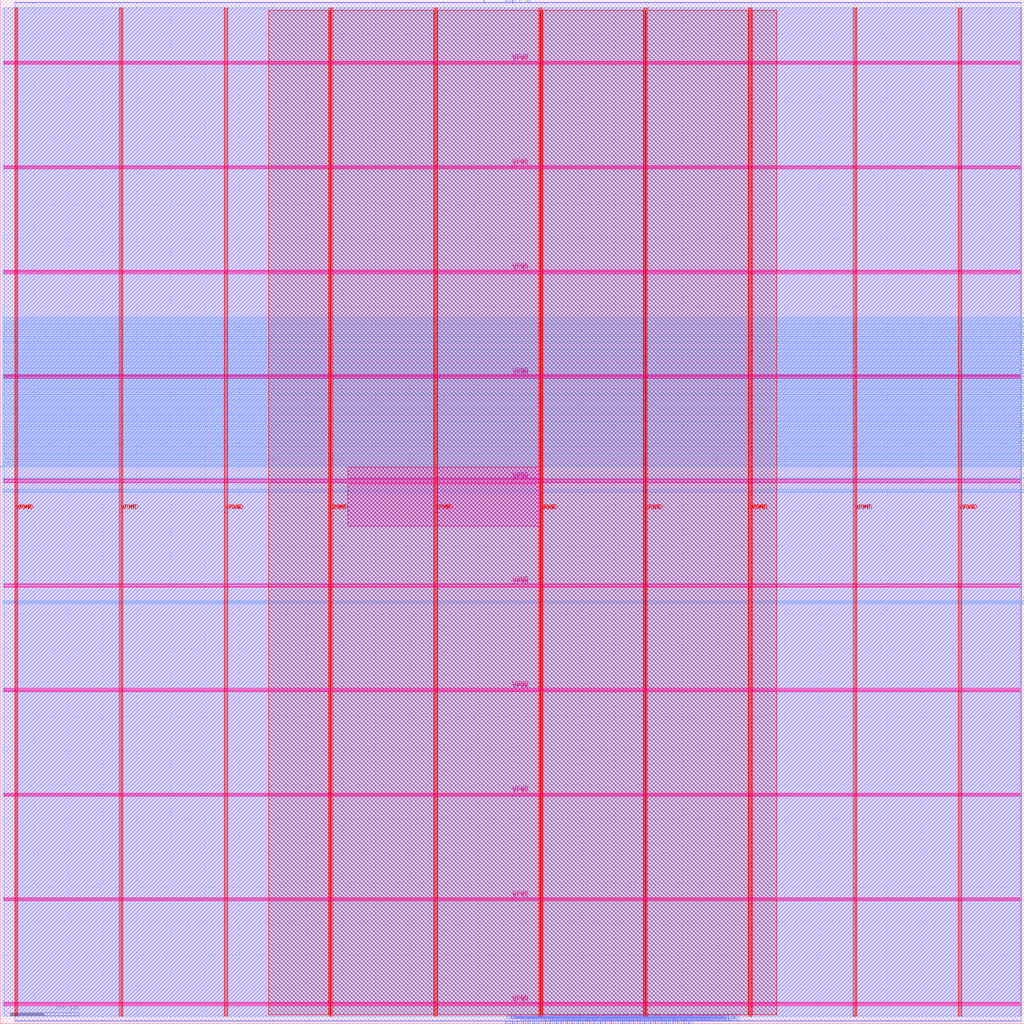
<source format=lef>
VERSION 5.7 ;
  NOWIREEXTENSIONATPIN ON ;
  DIVIDERCHAR "/" ;
  BUSBITCHARS "[]" ;
MACRO riscv_cpu
  CLASS BLOCK ;
  FOREIGN riscv_cpu ;
  ORIGIN 0.000 0.000 ;
  SIZE 1500.000 BY 1500.000 ;
  PIN VGND
    DIRECTION INOUT ;
    USE GROUND ;
    PORT
      LAYER met4 ;
        RECT 24.340 10.640 25.940 1488.080 ;
    END
    PORT
      LAYER met4 ;
        RECT 177.940 10.640 179.540 1488.080 ;
    END
    PORT
      LAYER met4 ;
        RECT 331.540 10.640 333.140 1488.080 ;
    END
    PORT
      LAYER met4 ;
        RECT 485.140 10.640 486.740 1488.080 ;
    END
    PORT
      LAYER met4 ;
        RECT 638.740 10.640 640.340 1488.080 ;
    END
    PORT
      LAYER met4 ;
        RECT 792.340 10.640 793.940 1488.080 ;
    END
    PORT
      LAYER met4 ;
        RECT 945.940 10.640 947.540 1488.080 ;
    END
    PORT
      LAYER met4 ;
        RECT 1099.540 10.640 1101.140 1488.080 ;
    END
    PORT
      LAYER met4 ;
        RECT 1253.140 10.640 1254.740 1488.080 ;
    END
    PORT
      LAYER met4 ;
        RECT 1406.740 10.640 1408.340 1488.080 ;
    END
    PORT
      LAYER met5 ;
        RECT 5.280 30.030 1494.320 31.630 ;
    END
    PORT
      LAYER met5 ;
        RECT 5.280 183.210 1494.320 184.810 ;
    END
    PORT
      LAYER met5 ;
        RECT 5.280 336.390 1494.320 337.990 ;
    END
    PORT
      LAYER met5 ;
        RECT 5.280 489.570 1494.320 491.170 ;
    END
    PORT
      LAYER met5 ;
        RECT 5.280 642.750 1494.320 644.350 ;
    END
    PORT
      LAYER met5 ;
        RECT 5.280 795.930 1494.320 797.530 ;
    END
    PORT
      LAYER met5 ;
        RECT 5.280 949.110 1494.320 950.710 ;
    END
    PORT
      LAYER met5 ;
        RECT 5.280 1102.290 1494.320 1103.890 ;
    END
    PORT
      LAYER met5 ;
        RECT 5.280 1255.470 1494.320 1257.070 ;
    END
    PORT
      LAYER met5 ;
        RECT 5.280 1408.650 1494.320 1410.250 ;
    END
  END VGND
  PIN VPWR
    DIRECTION INOUT ;
    USE POWER ;
    PORT
      LAYER met4 ;
        RECT 21.040 10.640 22.640 1488.080 ;
    END
    PORT
      LAYER met4 ;
        RECT 174.640 10.640 176.240 1488.080 ;
    END
    PORT
      LAYER met4 ;
        RECT 328.240 10.640 329.840 1488.080 ;
    END
    PORT
      LAYER met4 ;
        RECT 481.840 10.640 483.440 1488.080 ;
    END
    PORT
      LAYER met4 ;
        RECT 635.440 10.640 637.040 1488.080 ;
    END
    PORT
      LAYER met4 ;
        RECT 789.040 10.640 790.640 1488.080 ;
    END
    PORT
      LAYER met4 ;
        RECT 942.640 10.640 944.240 1488.080 ;
    END
    PORT
      LAYER met4 ;
        RECT 1096.240 10.640 1097.840 1488.080 ;
    END
    PORT
      LAYER met4 ;
        RECT 1249.840 10.640 1251.440 1488.080 ;
    END
    PORT
      LAYER met4 ;
        RECT 1403.440 10.640 1405.040 1488.080 ;
    END
    PORT
      LAYER met5 ;
        RECT 5.280 26.730 1494.320 28.330 ;
    END
    PORT
      LAYER met5 ;
        RECT 5.280 179.910 1494.320 181.510 ;
    END
    PORT
      LAYER met5 ;
        RECT 5.280 333.090 1494.320 334.690 ;
    END
    PORT
      LAYER met5 ;
        RECT 5.280 486.270 1494.320 487.870 ;
    END
    PORT
      LAYER met5 ;
        RECT 5.280 639.450 1494.320 641.050 ;
    END
    PORT
      LAYER met5 ;
        RECT 5.280 792.630 1494.320 794.230 ;
    END
    PORT
      LAYER met5 ;
        RECT 5.280 945.810 1494.320 947.410 ;
    END
    PORT
      LAYER met5 ;
        RECT 5.280 1098.990 1494.320 1100.590 ;
    END
    PORT
      LAYER met5 ;
        RECT 5.280 1252.170 1494.320 1253.770 ;
    END
    PORT
      LAYER met5 ;
        RECT 5.280 1405.350 1494.320 1406.950 ;
    END
  END VPWR
  PIN clk
    DIRECTION INPUT ;
    USE SIGNAL ;
    ANTENNAGATEAREA 0.852000 ;
    PORT
      LAYER met3 ;
        RECT 0.000 816.040 4.000 816.640 ;
    END
  END clk
  PIN dmem_addr[0]
    DIRECTION OUTPUT TRISTATE ;
    USE SIGNAL ;
    ANTENNADIFFAREA 0.795200 ;
    PORT
      LAYER met2 ;
        RECT 933.890 0.000 934.170 4.000 ;
    END
  END dmem_addr[0]
  PIN dmem_addr[10]
    DIRECTION OUTPUT TRISTATE ;
    USE SIGNAL ;
    ANTENNADIFFAREA 0.795200 ;
    PORT
      LAYER met2 ;
        RECT 888.810 0.000 889.090 4.000 ;
    END
  END dmem_addr[10]
  PIN dmem_addr[11]
    DIRECTION OUTPUT TRISTATE ;
    USE SIGNAL ;
    ANTENNADIFFAREA 0.795200 ;
    PORT
      LAYER met2 ;
        RECT 988.630 0.000 988.910 4.000 ;
    END
  END dmem_addr[11]
  PIN dmem_addr[12]
    DIRECTION OUTPUT TRISTATE ;
    USE SIGNAL ;
    ANTENNADIFFAREA 0.795200 ;
    PORT
      LAYER met2 ;
        RECT 946.770 0.000 947.050 4.000 ;
    END
  END dmem_addr[12]
  PIN dmem_addr[13]
    DIRECTION OUTPUT TRISTATE ;
    USE SIGNAL ;
    ANTENNADIFFAREA 0.795200 ;
    PORT
      LAYER met2 ;
        RECT 937.110 0.000 937.390 4.000 ;
    END
  END dmem_addr[13]
  PIN dmem_addr[14]
    DIRECTION OUTPUT TRISTATE ;
    USE SIGNAL ;
    ANTENNADIFFAREA 0.795200 ;
    PORT
      LAYER met2 ;
        RECT 927.450 0.000 927.730 4.000 ;
    END
  END dmem_addr[14]
  PIN dmem_addr[15]
    DIRECTION OUTPUT TRISTATE ;
    USE SIGNAL ;
    ANTENNADIFFAREA 0.795200 ;
    PORT
      LAYER met2 ;
        RECT 940.330 0.000 940.610 4.000 ;
    END
  END dmem_addr[15]
  PIN dmem_addr[16]
    DIRECTION OUTPUT TRISTATE ;
    USE SIGNAL ;
    ANTENNADIFFAREA 0.795200 ;
    PORT
      LAYER met2 ;
        RECT 943.550 0.000 943.830 4.000 ;
    END
  END dmem_addr[16]
  PIN dmem_addr[17]
    DIRECTION OUTPUT TRISTATE ;
    USE SIGNAL ;
    ANTENNADIFFAREA 0.795200 ;
    PORT
      LAYER met2 ;
        RECT 949.990 0.000 950.270 4.000 ;
    END
  END dmem_addr[17]
  PIN dmem_addr[18]
    DIRECTION OUTPUT TRISTATE ;
    USE SIGNAL ;
    ANTENNADIFFAREA 0.795200 ;
    PORT
      LAYER met2 ;
        RECT 966.090 0.000 966.370 4.000 ;
    END
  END dmem_addr[18]
  PIN dmem_addr[19]
    DIRECTION OUTPUT TRISTATE ;
    USE SIGNAL ;
    ANTENNADIFFAREA 0.795200 ;
    PORT
      LAYER met2 ;
        RECT 914.570 0.000 914.850 4.000 ;
    END
  END dmem_addr[19]
  PIN dmem_addr[1]
    DIRECTION OUTPUT TRISTATE ;
    USE SIGNAL ;
    ANTENNADIFFAREA 0.795200 ;
    PORT
      LAYER met2 ;
        RECT 1004.730 0.000 1005.010 4.000 ;
    END
  END dmem_addr[1]
  PIN dmem_addr[20]
    DIRECTION OUTPUT TRISTATE ;
    USE SIGNAL ;
    ANTENNADIFFAREA 0.795200 ;
    PORT
      LAYER met2 ;
        RECT 930.670 0.000 930.950 4.000 ;
    END
  END dmem_addr[20]
  PIN dmem_addr[21]
    DIRECTION OUTPUT TRISTATE ;
    USE SIGNAL ;
    ANTENNADIFFAREA 0.795200 ;
    PORT
      LAYER met2 ;
        RECT 962.870 0.000 963.150 4.000 ;
    END
  END dmem_addr[21]
  PIN dmem_addr[22]
    DIRECTION OUTPUT TRISTATE ;
    USE SIGNAL ;
    ANTENNADIFFAREA 0.795200 ;
    PORT
      LAYER met2 ;
        RECT 956.430 0.000 956.710 4.000 ;
    END
  END dmem_addr[22]
  PIN dmem_addr[23]
    DIRECTION OUTPUT TRISTATE ;
    USE SIGNAL ;
    ANTENNADIFFAREA 0.795200 ;
    PORT
      LAYER met2 ;
        RECT 959.650 0.000 959.930 4.000 ;
    END
  END dmem_addr[23]
  PIN dmem_addr[24]
    DIRECTION OUTPUT TRISTATE ;
    USE SIGNAL ;
    ANTENNADIFFAREA 0.795200 ;
    PORT
      LAYER met2 ;
        RECT 975.750 0.000 976.030 4.000 ;
    END
  END dmem_addr[24]
  PIN dmem_addr[25]
    DIRECTION OUTPUT TRISTATE ;
    USE SIGNAL ;
    ANTENNADIFFAREA 0.795200 ;
    PORT
      LAYER met2 ;
        RECT 972.530 0.000 972.810 4.000 ;
    END
  END dmem_addr[25]
  PIN dmem_addr[26]
    DIRECTION OUTPUT TRISTATE ;
    USE SIGNAL ;
    ANTENNADIFFAREA 0.795200 ;
    PORT
      LAYER met2 ;
        RECT 953.210 0.000 953.490 4.000 ;
    END
  END dmem_addr[26]
  PIN dmem_addr[27]
    DIRECTION OUTPUT TRISTATE ;
    USE SIGNAL ;
    ANTENNADIFFAREA 0.795200 ;
    PORT
      LAYER met2 ;
        RECT 969.310 0.000 969.590 4.000 ;
    END
  END dmem_addr[27]
  PIN dmem_addr[28]
    DIRECTION OUTPUT TRISTATE ;
    USE SIGNAL ;
    ANTENNADIFFAREA 0.795200 ;
    PORT
      LAYER met2 ;
        RECT 982.190 0.000 982.470 4.000 ;
    END
  END dmem_addr[28]
  PIN dmem_addr[29]
    DIRECTION OUTPUT TRISTATE ;
    USE SIGNAL ;
    ANTENNADIFFAREA 0.795200 ;
    PORT
      LAYER met2 ;
        RECT 985.410 0.000 985.690 4.000 ;
    END
  END dmem_addr[29]
  PIN dmem_addr[2]
    DIRECTION OUTPUT TRISTATE ;
    USE SIGNAL ;
    ANTENNADIFFAREA 0.795200 ;
    PORT
      LAYER met2 ;
        RECT 991.850 0.000 992.130 4.000 ;
    END
  END dmem_addr[2]
  PIN dmem_addr[30]
    DIRECTION OUTPUT TRISTATE ;
    USE SIGNAL ;
    ANTENNADIFFAREA 0.795200 ;
    PORT
      LAYER met2 ;
        RECT 978.970 0.000 979.250 4.000 ;
    END
  END dmem_addr[30]
  PIN dmem_addr[31]
    DIRECTION OUTPUT TRISTATE ;
    USE SIGNAL ;
    ANTENNADIFFAREA 0.795200 ;
    PORT
      LAYER met2 ;
        RECT 892.030 0.000 892.310 4.000 ;
    END
  END dmem_addr[31]
  PIN dmem_addr[3]
    DIRECTION OUTPUT TRISTATE ;
    USE SIGNAL ;
    ANTENNADIFFAREA 0.795200 ;
    PORT
      LAYER met2 ;
        RECT 1007.950 0.000 1008.230 4.000 ;
    END
  END dmem_addr[3]
  PIN dmem_addr[4]
    DIRECTION OUTPUT TRISTATE ;
    USE SIGNAL ;
    ANTENNADIFFAREA 0.795200 ;
    PORT
      LAYER met2 ;
        RECT 1011.170 0.000 1011.450 4.000 ;
    END
  END dmem_addr[4]
  PIN dmem_addr[5]
    DIRECTION OUTPUT TRISTATE ;
    USE SIGNAL ;
    ANTENNADIFFAREA 0.795200 ;
    PORT
      LAYER met2 ;
        RECT 995.070 0.000 995.350 4.000 ;
    END
  END dmem_addr[5]
  PIN dmem_addr[6]
    DIRECTION OUTPUT TRISTATE ;
    USE SIGNAL ;
    ANTENNADIFFAREA 0.795200 ;
    PORT
      LAYER met2 ;
        RECT 1001.510 0.000 1001.790 4.000 ;
    END
  END dmem_addr[6]
  PIN dmem_addr[7]
    DIRECTION OUTPUT TRISTATE ;
    USE SIGNAL ;
    ANTENNADIFFAREA 0.795200 ;
    PORT
      LAYER met2 ;
        RECT 740.690 0.000 740.970 4.000 ;
    END
  END dmem_addr[7]
  PIN dmem_addr[8]
    DIRECTION OUTPUT TRISTATE ;
    USE SIGNAL ;
    ANTENNADIFFAREA 0.795200 ;
    PORT
      LAYER met2 ;
        RECT 1014.390 0.000 1014.670 4.000 ;
    END
  END dmem_addr[8]
  PIN dmem_addr[9]
    DIRECTION OUTPUT TRISTATE ;
    USE SIGNAL ;
    ANTENNADIFFAREA 0.795200 ;
    PORT
      LAYER met2 ;
        RECT 998.290 0.000 998.570 4.000 ;
    END
  END dmem_addr[9]
  PIN dmem_byte_en[0]
    DIRECTION OUTPUT TRISTATE ;
    USE SIGNAL ;
    PORT
      LAYER met2 ;
        RECT 708.490 1496.000 708.770 1500.000 ;
    END
  END dmem_byte_en[0]
  PIN dmem_byte_en[1]
    DIRECTION OUTPUT TRISTATE ;
    USE SIGNAL ;
    ANTENNADIFFAREA 0.445500 ;
    PORT
      LAYER met3 ;
        RECT 1496.000 1033.640 1500.000 1034.240 ;
    END
  END dmem_byte_en[1]
  PIN dmem_byte_en[2]
    DIRECTION OUTPUT TRISTATE ;
    USE SIGNAL ;
    ANTENNADIFFAREA 0.795200 ;
    PORT
      LAYER met3 ;
        RECT 1496.000 1020.040 1500.000 1020.640 ;
    END
  END dmem_byte_en[2]
  PIN dmem_byte_en[3]
    DIRECTION OUTPUT TRISTATE ;
    USE SIGNAL ;
    ANTENNADIFFAREA 0.795200 ;
    PORT
      LAYER met3 ;
        RECT 1496.000 999.640 1500.000 1000.240 ;
    END
  END dmem_byte_en[3]
  PIN dmem_rdata[0]
    DIRECTION INPUT ;
    USE SIGNAL ;
    ANTENNAGATEAREA 0.247500 ;
    PORT
      LAYER met2 ;
        RECT 882.370 0.000 882.650 4.000 ;
    END
  END dmem_rdata[0]
  PIN dmem_rdata[10]
    DIRECTION INPUT ;
    USE SIGNAL ;
    ANTENNAGATEAREA 0.247500 ;
    PORT
      LAYER met2 ;
        RECT 756.790 0.000 757.070 4.000 ;
    END
  END dmem_rdata[10]
  PIN dmem_rdata[11]
    DIRECTION INPUT ;
    USE SIGNAL ;
    ANTENNAGATEAREA 0.247500 ;
    PORT
      LAYER met2 ;
        RECT 753.570 0.000 753.850 4.000 ;
    END
  END dmem_rdata[11]
  PIN dmem_rdata[12]
    DIRECTION INPUT ;
    USE SIGNAL ;
    ANTENNAGATEAREA 0.247500 ;
    PORT
      LAYER met2 ;
        RECT 776.110 0.000 776.390 4.000 ;
    END
  END dmem_rdata[12]
  PIN dmem_rdata[13]
    DIRECTION INPUT ;
    USE SIGNAL ;
    ANTENNAGATEAREA 0.247500 ;
    PORT
      LAYER met2 ;
        RECT 837.290 0.000 837.570 4.000 ;
    END
  END dmem_rdata[13]
  PIN dmem_rdata[14]
    DIRECTION INPUT ;
    USE SIGNAL ;
    ANTENNAGATEAREA 0.247500 ;
    PORT
      LAYER met2 ;
        RECT 834.070 0.000 834.350 4.000 ;
    END
  END dmem_rdata[14]
  PIN dmem_rdata[15]
    DIRECTION INPUT ;
    USE SIGNAL ;
    ANTENNAGATEAREA 0.247500 ;
    PORT
      LAYER met2 ;
        RECT 853.390 0.000 853.670 4.000 ;
    END
  END dmem_rdata[15]
  PIN dmem_rdata[16]
    DIRECTION INPUT ;
    USE SIGNAL ;
    ANTENNAGATEAREA 0.247500 ;
    PORT
      LAYER met2 ;
        RECT 856.610 0.000 856.890 4.000 ;
    END
  END dmem_rdata[16]
  PIN dmem_rdata[17]
    DIRECTION INPUT ;
    USE SIGNAL ;
    ANTENNAGATEAREA 0.247500 ;
    PORT
      LAYER met2 ;
        RECT 879.150 0.000 879.430 4.000 ;
    END
  END dmem_rdata[17]
  PIN dmem_rdata[18]
    DIRECTION INPUT ;
    USE SIGNAL ;
    ANTENNAGATEAREA 0.247500 ;
    PORT
      LAYER met2 ;
        RECT 846.950 0.000 847.230 4.000 ;
    END
  END dmem_rdata[18]
  PIN dmem_rdata[19]
    DIRECTION INPUT ;
    USE SIGNAL ;
    ANTENNAGATEAREA 0.247500 ;
    PORT
      LAYER met2 ;
        RECT 840.510 0.000 840.790 4.000 ;
    END
  END dmem_rdata[19]
  PIN dmem_rdata[1]
    DIRECTION INPUT ;
    USE SIGNAL ;
    ANTENNAGATEAREA 0.213000 ;
    PORT
      LAYER met2 ;
        RECT 850.170 0.000 850.450 4.000 ;
    END
  END dmem_rdata[1]
  PIN dmem_rdata[20]
    DIRECTION INPUT ;
    USE SIGNAL ;
    ANTENNAGATEAREA 0.247500 ;
    PORT
      LAYER met2 ;
        RECT 869.490 0.000 869.770 4.000 ;
    END
  END dmem_rdata[20]
  PIN dmem_rdata[21]
    DIRECTION INPUT ;
    USE SIGNAL ;
    ANTENNAGATEAREA 0.247500 ;
    PORT
      LAYER met2 ;
        RECT 866.270 0.000 866.550 4.000 ;
    END
  END dmem_rdata[21]
  PIN dmem_rdata[22]
    DIRECTION INPUT ;
    USE SIGNAL ;
    ANTENNAGATEAREA 0.247500 ;
    PORT
      LAYER met2 ;
        RECT 863.050 0.000 863.330 4.000 ;
    END
  END dmem_rdata[22]
  PIN dmem_rdata[23]
    DIRECTION INPUT ;
    USE SIGNAL ;
    ANTENNAGATEAREA 0.213000 ;
    PORT
      LAYER met2 ;
        RECT 917.790 0.000 918.070 4.000 ;
    END
  END dmem_rdata[23]
  PIN dmem_rdata[24]
    DIRECTION INPUT ;
    USE SIGNAL ;
    ANTENNAGATEAREA 0.213000 ;
    PORT
      LAYER met2 ;
        RECT 911.350 0.000 911.630 4.000 ;
    END
  END dmem_rdata[24]
  PIN dmem_rdata[25]
    DIRECTION INPUT ;
    USE SIGNAL ;
    ANTENNAGATEAREA 0.213000 ;
    PORT
      LAYER met2 ;
        RECT 895.250 0.000 895.530 4.000 ;
    END
  END dmem_rdata[25]
  PIN dmem_rdata[26]
    DIRECTION INPUT ;
    USE SIGNAL ;
    ANTENNAGATEAREA 0.213000 ;
    PORT
      LAYER met2 ;
        RECT 924.230 0.000 924.510 4.000 ;
    END
  END dmem_rdata[26]
  PIN dmem_rdata[27]
    DIRECTION INPUT ;
    USE SIGNAL ;
    ANTENNAGATEAREA 0.213000 ;
    PORT
      LAYER met2 ;
        RECT 921.010 0.000 921.290 4.000 ;
    END
  END dmem_rdata[27]
  PIN dmem_rdata[28]
    DIRECTION INPUT ;
    USE SIGNAL ;
    ANTENNAGATEAREA 0.213000 ;
    PORT
      LAYER met2 ;
        RECT 898.470 0.000 898.750 4.000 ;
    END
  END dmem_rdata[28]
  PIN dmem_rdata[29]
    DIRECTION INPUT ;
    USE SIGNAL ;
    ANTENNAGATEAREA 0.213000 ;
    PORT
      LAYER met2 ;
        RECT 901.690 0.000 901.970 4.000 ;
    END
  END dmem_rdata[29]
  PIN dmem_rdata[2]
    DIRECTION INPUT ;
    USE SIGNAL ;
    ANTENNAGATEAREA 0.213000 ;
    PORT
      LAYER met2 ;
        RECT 843.730 0.000 844.010 4.000 ;
    END
  END dmem_rdata[2]
  PIN dmem_rdata[30]
    DIRECTION INPUT ;
    USE SIGNAL ;
    ANTENNAGATEAREA 0.213000 ;
    PORT
      LAYER met2 ;
        RECT 904.910 0.000 905.190 4.000 ;
    END
  END dmem_rdata[30]
  PIN dmem_rdata[31]
    DIRECTION INPUT ;
    USE SIGNAL ;
    ANTENNAGATEAREA 0.247500 ;
    PORT
      LAYER met2 ;
        RECT 908.130 0.000 908.410 4.000 ;
    END
  END dmem_rdata[31]
  PIN dmem_rdata[3]
    DIRECTION INPUT ;
    USE SIGNAL ;
    ANTENNAGATEAREA 0.247500 ;
    PORT
      LAYER met2 ;
        RECT 782.550 0.000 782.830 4.000 ;
    END
  END dmem_rdata[3]
  PIN dmem_rdata[4]
    DIRECTION INPUT ;
    USE SIGNAL ;
    ANTENNAGATEAREA 0.213000 ;
    PORT
      LAYER met2 ;
        RECT 817.970 0.000 818.250 4.000 ;
    END
  END dmem_rdata[4]
  PIN dmem_rdata[5]
    DIRECTION INPUT ;
    USE SIGNAL ;
    ANTENNAGATEAREA 0.247500 ;
    PORT
      LAYER met2 ;
        RECT 788.990 0.000 789.270 4.000 ;
    END
  END dmem_rdata[5]
  PIN dmem_rdata[6]
    DIRECTION INPUT ;
    USE SIGNAL ;
    ANTENNAGATEAREA 0.213000 ;
    PORT
      LAYER met2 ;
        RECT 795.430 0.000 795.710 4.000 ;
    END
  END dmem_rdata[6]
  PIN dmem_rdata[7]
    DIRECTION INPUT ;
    USE SIGNAL ;
    ANTENNAGATEAREA 0.247500 ;
    PORT
      LAYER met2 ;
        RECT 785.770 0.000 786.050 4.000 ;
    END
  END dmem_rdata[7]
  PIN dmem_rdata[8]
    DIRECTION INPUT ;
    USE SIGNAL ;
    ANTENNAGATEAREA 0.213000 ;
    PORT
      LAYER met2 ;
        RECT 798.650 0.000 798.930 4.000 ;
    END
  END dmem_rdata[8]
  PIN dmem_rdata[9]
    DIRECTION INPUT ;
    USE SIGNAL ;
    ANTENNAGATEAREA 0.213000 ;
    PORT
      LAYER met2 ;
        RECT 811.530 0.000 811.810 4.000 ;
    END
  END dmem_rdata[9]
  PIN dmem_re
    DIRECTION OUTPUT TRISTATE ;
    USE SIGNAL ;
    ANTENNADIFFAREA 0.795200 ;
    PORT
      LAYER met2 ;
        RECT 885.590 0.000 885.870 4.000 ;
    END
  END dmem_re
  PIN dmem_wdata[0]
    DIRECTION OUTPUT TRISTATE ;
    USE SIGNAL ;
    ANTENNADIFFAREA 0.445500 ;
    PORT
      LAYER met3 ;
        RECT 1496.000 822.840 1500.000 823.440 ;
    END
  END dmem_wdata[0]
  PIN dmem_wdata[10]
    DIRECTION OUTPUT TRISTATE ;
    USE SIGNAL ;
    ANTENNADIFFAREA 0.795200 ;
    PORT
      LAYER met2 ;
        RECT 792.210 0.000 792.490 4.000 ;
    END
  END dmem_wdata[10]
  PIN dmem_wdata[11]
    DIRECTION OUTPUT TRISTATE ;
    USE SIGNAL ;
    ANTENNADIFFAREA 0.795200 ;
    PORT
      LAYER met3 ;
        RECT 1496.000 799.040 1500.000 799.640 ;
    END
  END dmem_wdata[11]
  PIN dmem_wdata[12]
    DIRECTION OUTPUT TRISTATE ;
    USE SIGNAL ;
    ANTENNADIFFAREA 0.795200 ;
    PORT
      LAYER met2 ;
        RECT 824.410 0.000 824.690 4.000 ;
    END
  END dmem_wdata[12]
  PIN dmem_wdata[13]
    DIRECTION OUTPUT TRISTATE ;
    USE SIGNAL ;
    ANTENNADIFFAREA 0.795200 ;
    PORT
      LAYER met2 ;
        RECT 821.190 0.000 821.470 4.000 ;
    END
  END dmem_wdata[13]
  PIN dmem_wdata[14]
    DIRECTION OUTPUT TRISTATE ;
    USE SIGNAL ;
    ANTENNADIFFAREA 0.795200 ;
    PORT
      LAYER met2 ;
        RECT 760.010 0.000 760.290 4.000 ;
    END
  END dmem_wdata[14]
  PIN dmem_wdata[15]
    DIRECTION OUTPUT TRISTATE ;
    USE SIGNAL ;
    ANTENNADIFFAREA 0.795200 ;
    PORT
      LAYER met2 ;
        RECT 750.350 0.000 750.630 4.000 ;
    END
  END dmem_wdata[15]
  PIN dmem_wdata[16]
    DIRECTION OUTPUT TRISTATE ;
    USE SIGNAL ;
    ANTENNADIFFAREA 0.795200 ;
    PORT
      LAYER met2 ;
        RECT 766.450 0.000 766.730 4.000 ;
    END
  END dmem_wdata[16]
  PIN dmem_wdata[17]
    DIRECTION OUTPUT TRISTATE ;
    USE SIGNAL ;
    ANTENNADIFFAREA 0.795200 ;
    PORT
      LAYER met2 ;
        RECT 747.130 0.000 747.410 4.000 ;
    END
  END dmem_wdata[17]
  PIN dmem_wdata[18]
    DIRECTION OUTPUT TRISTATE ;
    USE SIGNAL ;
    ANTENNADIFFAREA 0.795200 ;
    PORT
      LAYER met2 ;
        RECT 814.750 0.000 815.030 4.000 ;
    END
  END dmem_wdata[18]
  PIN dmem_wdata[19]
    DIRECTION OUTPUT TRISTATE ;
    USE SIGNAL ;
    ANTENNADIFFAREA 0.795200 ;
    PORT
      LAYER met2 ;
        RECT 772.890 0.000 773.170 4.000 ;
    END
  END dmem_wdata[19]
  PIN dmem_wdata[1]
    DIRECTION OUTPUT TRISTATE ;
    USE SIGNAL ;
    ANTENNADIFFAREA 0.795200 ;
    PORT
      LAYER met3 ;
        RECT 1496.000 618.840 1500.000 619.440 ;
    END
  END dmem_wdata[1]
  PIN dmem_wdata[20]
    DIRECTION OUTPUT TRISTATE ;
    USE SIGNAL ;
    ANTENNADIFFAREA 0.795200 ;
    PORT
      LAYER met2 ;
        RECT 743.910 0.000 744.190 4.000 ;
    END
  END dmem_wdata[20]
  PIN dmem_wdata[21]
    DIRECTION OUTPUT TRISTATE ;
    USE SIGNAL ;
    ANTENNADIFFAREA 0.795200 ;
    PORT
      LAYER met2 ;
        RECT 801.870 0.000 802.150 4.000 ;
    END
  END dmem_wdata[21]
  PIN dmem_wdata[22]
    DIRECTION OUTPUT TRISTATE ;
    USE SIGNAL ;
    ANTENNADIFFAREA 0.795200 ;
    PORT
      LAYER met2 ;
        RECT 859.830 0.000 860.110 4.000 ;
    END
  END dmem_wdata[22]
  PIN dmem_wdata[23]
    DIRECTION OUTPUT TRISTATE ;
    USE SIGNAL ;
    ANTENNADIFFAREA 0.795200 ;
    PORT
      LAYER met2 ;
        RECT 872.710 0.000 872.990 4.000 ;
    END
  END dmem_wdata[23]
  PIN dmem_wdata[24]
    DIRECTION OUTPUT TRISTATE ;
    USE SIGNAL ;
    ANTENNADIFFAREA 0.795200 ;
    PORT
      LAYER met2 ;
        RECT 827.630 0.000 827.910 4.000 ;
    END
  END dmem_wdata[24]
  PIN dmem_wdata[25]
    DIRECTION OUTPUT TRISTATE ;
    USE SIGNAL ;
    ANTENNADIFFAREA 0.795200 ;
    PORT
      LAYER met2 ;
        RECT 779.330 0.000 779.610 4.000 ;
    END
  END dmem_wdata[25]
  PIN dmem_wdata[26]
    DIRECTION OUTPUT TRISTATE ;
    USE SIGNAL ;
    ANTENNADIFFAREA 0.795200 ;
    PORT
      LAYER met2 ;
        RECT 769.670 0.000 769.950 4.000 ;
    END
  END dmem_wdata[26]
  PIN dmem_wdata[27]
    DIRECTION OUTPUT TRISTATE ;
    USE SIGNAL ;
    ANTENNADIFFAREA 0.795200 ;
    PORT
      LAYER met2 ;
        RECT 875.930 0.000 876.210 4.000 ;
    END
  END dmem_wdata[27]
  PIN dmem_wdata[28]
    DIRECTION OUTPUT TRISTATE ;
    USE SIGNAL ;
    ANTENNADIFFAREA 0.795200 ;
    PORT
      LAYER met2 ;
        RECT 805.090 0.000 805.370 4.000 ;
    END
  END dmem_wdata[28]
  PIN dmem_wdata[29]
    DIRECTION OUTPUT TRISTATE ;
    USE SIGNAL ;
    ANTENNADIFFAREA 0.795200 ;
    PORT
      LAYER met2 ;
        RECT 808.310 0.000 808.590 4.000 ;
    END
  END dmem_wdata[29]
  PIN dmem_wdata[2]
    DIRECTION OUTPUT TRISTATE ;
    USE SIGNAL ;
    ANTENNADIFFAREA 0.445500 ;
    PORT
      LAYER met3 ;
        RECT 1496.000 615.440 1500.000 616.040 ;
    END
  END dmem_wdata[2]
  PIN dmem_wdata[30]
    DIRECTION OUTPUT TRISTATE ;
    USE SIGNAL ;
    ANTENNADIFFAREA 0.795200 ;
    PORT
      LAYER met2 ;
        RECT 763.230 0.000 763.510 4.000 ;
    END
  END dmem_wdata[30]
  PIN dmem_wdata[31]
    DIRECTION OUTPUT TRISTATE ;
    USE SIGNAL ;
    ANTENNADIFFAREA 0.795200 ;
    PORT
      LAYER met2 ;
        RECT 830.850 0.000 831.130 4.000 ;
    END
  END dmem_wdata[31]
  PIN dmem_wdata[3]
    DIRECTION OUTPUT TRISTATE ;
    USE SIGNAL ;
    ANTENNADIFFAREA 0.445500 ;
    PORT
      LAYER met3 ;
        RECT 1496.000 782.040 1500.000 782.640 ;
    END
  END dmem_wdata[3]
  PIN dmem_wdata[4]
    DIRECTION OUTPUT TRISTATE ;
    USE SIGNAL ;
    ANTENNADIFFAREA 0.445500 ;
    PORT
      LAYER met3 ;
        RECT 1496.000 778.640 1500.000 779.240 ;
    END
  END dmem_wdata[4]
  PIN dmem_wdata[5]
    DIRECTION OUTPUT TRISTATE ;
    USE SIGNAL ;
    ANTENNADIFFAREA 0.445500 ;
    PORT
      LAYER met3 ;
        RECT 1496.000 846.640 1500.000 847.240 ;
    END
  END dmem_wdata[5]
  PIN dmem_wdata[6]
    DIRECTION OUTPUT TRISTATE ;
    USE SIGNAL ;
    ANTENNADIFFAREA 0.795200 ;
    PORT
      LAYER met3 ;
        RECT 1496.000 826.240 1500.000 826.840 ;
    END
  END dmem_wdata[6]
  PIN dmem_wdata[7]
    DIRECTION OUTPUT TRISTATE ;
    USE SIGNAL ;
    ANTENNADIFFAREA 0.445500 ;
    PORT
      LAYER met3 ;
        RECT 1496.000 819.440 1500.000 820.040 ;
    END
  END dmem_wdata[7]
  PIN dmem_wdata[8]
    DIRECTION OUTPUT TRISTATE ;
    USE SIGNAL ;
    ANTENNADIFFAREA 0.445500 ;
    PORT
      LAYER met3 ;
        RECT 1496.000 843.240 1500.000 843.840 ;
    END
  END dmem_wdata[8]
  PIN dmem_wdata[9]
    DIRECTION OUTPUT TRISTATE ;
    USE SIGNAL ;
    ANTENNADIFFAREA 0.445500 ;
    PORT
      LAYER met3 ;
        RECT 1496.000 816.040 1500.000 816.640 ;
    END
  END dmem_wdata[9]
  PIN dmem_we
    DIRECTION OUTPUT TRISTATE ;
    USE SIGNAL ;
    ANTENNADIFFAREA 0.445500 ;
    PORT
      LAYER met3 ;
        RECT 1496.000 996.240 1500.000 996.840 ;
    END
  END dmem_we
  PIN imem_addr[0]
    DIRECTION OUTPUT TRISTATE ;
    USE SIGNAL ;
    ANTENNADIFFAREA 0.445500 ;
    PORT
      LAYER met3 ;
        RECT 1496.000 829.640 1500.000 830.240 ;
    END
  END imem_addr[0]
  PIN imem_addr[10]
    DIRECTION OUTPUT TRISTATE ;
    USE SIGNAL ;
    ANTENNADIFFAREA 0.445500 ;
    PORT
      LAYER met3 ;
        RECT 1496.000 904.440 1500.000 905.040 ;
    END
  END imem_addr[10]
  PIN imem_addr[11]
    DIRECTION OUTPUT TRISTATE ;
    USE SIGNAL ;
    ANTENNADIFFAREA 0.445500 ;
    PORT
      LAYER met3 ;
        RECT 1496.000 867.040 1500.000 867.640 ;
    END
  END imem_addr[11]
  PIN imem_addr[12]
    DIRECTION OUTPUT TRISTATE ;
    USE SIGNAL ;
    ANTENNADIFFAREA 0.795200 ;
    PORT
      LAYER met3 ;
        RECT 1496.000 965.640 1500.000 966.240 ;
    END
  END imem_addr[12]
  PIN imem_addr[13]
    DIRECTION OUTPUT TRISTATE ;
    USE SIGNAL ;
    ANTENNADIFFAREA 0.445500 ;
    PORT
      LAYER met3 ;
        RECT 1496.000 884.040 1500.000 884.640 ;
    END
  END imem_addr[13]
  PIN imem_addr[14]
    DIRECTION OUTPUT TRISTATE ;
    USE SIGNAL ;
    ANTENNADIFFAREA 0.445500 ;
    PORT
      LAYER met3 ;
        RECT 1496.000 958.840 1500.000 959.440 ;
    END
  END imem_addr[14]
  PIN imem_addr[15]
    DIRECTION OUTPUT TRISTATE ;
    USE SIGNAL ;
    ANTENNADIFFAREA 0.445500 ;
    PORT
      LAYER met3 ;
        RECT 1496.000 1023.440 1500.000 1024.040 ;
    END
  END imem_addr[15]
  PIN imem_addr[16]
    DIRECTION OUTPUT TRISTATE ;
    USE SIGNAL ;
    ANTENNADIFFAREA 0.445500 ;
    PORT
      LAYER met3 ;
        RECT 1496.000 989.440 1500.000 990.040 ;
    END
  END imem_addr[16]
  PIN imem_addr[17]
    DIRECTION OUTPUT TRISTATE ;
    USE SIGNAL ;
    ANTENNADIFFAREA 0.445500 ;
    PORT
      LAYER met3 ;
        RECT 1496.000 890.840 1500.000 891.440 ;
    END
  END imem_addr[17]
  PIN imem_addr[18]
    DIRECTION OUTPUT TRISTATE ;
    USE SIGNAL ;
    ANTENNADIFFAREA 0.795200 ;
    PORT
      LAYER met3 ;
        RECT 1496.000 986.040 1500.000 986.640 ;
    END
  END imem_addr[18]
  PIN imem_addr[19]
    DIRECTION OUTPUT TRISTATE ;
    USE SIGNAL ;
    ANTENNADIFFAREA 0.445500 ;
    PORT
      LAYER met3 ;
        RECT 1496.000 945.240 1500.000 945.840 ;
    END
  END imem_addr[19]
  PIN imem_addr[1]
    DIRECTION OUTPUT TRISTATE ;
    USE SIGNAL ;
    ANTENNADIFFAREA 0.445500 ;
    PORT
      LAYER met3 ;
        RECT 1496.000 1003.040 1500.000 1003.640 ;
    END
  END imem_addr[1]
  PIN imem_addr[20]
    DIRECTION OUTPUT TRISTATE ;
    USE SIGNAL ;
    ANTENNADIFFAREA 0.445500 ;
    PORT
      LAYER met3 ;
        RECT 1496.000 1016.640 1500.000 1017.240 ;
    END
  END imem_addr[20]
  PIN imem_addr[21]
    DIRECTION OUTPUT TRISTATE ;
    USE SIGNAL ;
    ANTENNADIFFAREA 0.445500 ;
    PORT
      LAYER met3 ;
        RECT 1496.000 894.240 1500.000 894.840 ;
    END
  END imem_addr[21]
  PIN imem_addr[22]
    DIRECTION OUTPUT TRISTATE ;
    USE SIGNAL ;
    ANTENNADIFFAREA 0.445500 ;
    PORT
      LAYER met3 ;
        RECT 1496.000 969.040 1500.000 969.640 ;
    END
  END imem_addr[22]
  PIN imem_addr[23]
    DIRECTION OUTPUT TRISTATE ;
    USE SIGNAL ;
    ANTENNADIFFAREA 0.445500 ;
    PORT
      LAYER met3 ;
        RECT 1496.000 938.440 1500.000 939.040 ;
    END
  END imem_addr[23]
  PIN imem_addr[24]
    DIRECTION OUTPUT TRISTATE ;
    USE SIGNAL ;
    ANTENNADIFFAREA 0.445500 ;
    PORT
      LAYER met3 ;
        RECT 1496.000 911.240 1500.000 911.840 ;
    END
  END imem_addr[24]
  PIN imem_addr[25]
    DIRECTION OUTPUT TRISTATE ;
    USE SIGNAL ;
    ANTENNADIFFAREA 0.445500 ;
    PORT
      LAYER met3 ;
        RECT 1496.000 887.440 1500.000 888.040 ;
    END
  END imem_addr[25]
  PIN imem_addr[26]
    DIRECTION OUTPUT TRISTATE ;
    USE SIGNAL ;
    ANTENNADIFFAREA 0.445500 ;
    PORT
      LAYER met3 ;
        RECT 1496.000 870.440 1500.000 871.040 ;
    END
  END imem_addr[26]
  PIN imem_addr[27]
    DIRECTION OUTPUT TRISTATE ;
    USE SIGNAL ;
    ANTENNADIFFAREA 0.445500 ;
    PORT
      LAYER met3 ;
        RECT 1496.000 836.440 1500.000 837.040 ;
    END
  END imem_addr[27]
  PIN imem_addr[28]
    DIRECTION OUTPUT TRISTATE ;
    USE SIGNAL ;
    ANTENNADIFFAREA 0.445500 ;
    PORT
      LAYER met3 ;
        RECT 1496.000 860.240 1500.000 860.840 ;
    END
  END imem_addr[28]
  PIN imem_addr[29]
    DIRECTION OUTPUT TRISTATE ;
    USE SIGNAL ;
    ANTENNADIFFAREA 0.445500 ;
    PORT
      LAYER met3 ;
        RECT 1496.000 850.040 1500.000 850.640 ;
    END
  END imem_addr[29]
  PIN imem_addr[2]
    DIRECTION OUTPUT TRISTATE ;
    USE SIGNAL ;
    ANTENNADIFFAREA 0.445500 ;
    PORT
      LAYER met3 ;
        RECT 1496.000 901.040 1500.000 901.640 ;
    END
  END imem_addr[2]
  PIN imem_addr[30]
    DIRECTION OUTPUT TRISTATE ;
    USE SIGNAL ;
    ANTENNADIFFAREA 0.445500 ;
    PORT
      LAYER met3 ;
        RECT 1496.000 853.440 1500.000 854.040 ;
    END
  END imem_addr[30]
  PIN imem_addr[31]
    DIRECTION OUTPUT TRISTATE ;
    USE SIGNAL ;
    ANTENNADIFFAREA 0.795200 ;
    PORT
      LAYER met3 ;
        RECT 1496.000 839.840 1500.000 840.440 ;
    END
  END imem_addr[31]
  PIN imem_addr[3]
    DIRECTION OUTPUT TRISTATE ;
    USE SIGNAL ;
    ANTENNADIFFAREA 0.445500 ;
    PORT
      LAYER met3 ;
        RECT 1496.000 863.640 1500.000 864.240 ;
    END
  END imem_addr[3]
  PIN imem_addr[4]
    DIRECTION OUTPUT TRISTATE ;
    USE SIGNAL ;
    ANTENNADIFFAREA 0.445500 ;
    PORT
      LAYER met3 ;
        RECT 1496.000 907.840 1500.000 908.440 ;
    END
  END imem_addr[4]
  PIN imem_addr[5]
    DIRECTION OUTPUT TRISTATE ;
    USE SIGNAL ;
    ANTENNADIFFAREA 0.445500 ;
    PORT
      LAYER met3 ;
        RECT 1496.000 880.640 1500.000 881.240 ;
    END
  END imem_addr[5]
  PIN imem_addr[6]
    DIRECTION OUTPUT TRISTATE ;
    USE SIGNAL ;
    ANTENNADIFFAREA 0.445500 ;
    PORT
      LAYER met3 ;
        RECT 1496.000 918.040 1500.000 918.640 ;
    END
  END imem_addr[6]
  PIN imem_addr[7]
    DIRECTION OUTPUT TRISTATE ;
    USE SIGNAL ;
    ANTENNADIFFAREA 0.795200 ;
    PORT
      LAYER met3 ;
        RECT 1496.000 972.440 1500.000 973.040 ;
    END
  END imem_addr[7]
  PIN imem_addr[8]
    DIRECTION OUTPUT TRISTATE ;
    USE SIGNAL ;
    ANTENNADIFFAREA 0.445500 ;
    PORT
      LAYER met3 ;
        RECT 1496.000 931.640 1500.000 932.240 ;
    END
  END imem_addr[8]
  PIN imem_addr[9]
    DIRECTION OUTPUT TRISTATE ;
    USE SIGNAL ;
    ANTENNADIFFAREA 0.445500 ;
    PORT
      LAYER met3 ;
        RECT 1496.000 1030.240 1500.000 1030.840 ;
    END
  END imem_addr[9]
  PIN imem_data[0]
    DIRECTION INPUT ;
    USE SIGNAL ;
    ANTENNAGATEAREA 0.247500 ;
    PORT
      LAYER met3 ;
        RECT 1496.000 955.440 1500.000 956.040 ;
    END
  END imem_data[0]
  PIN imem_data[10]
    DIRECTION INPUT ;
    USE SIGNAL ;
    ANTENNAGATEAREA 0.426000 ;
    PORT
      LAYER met3 ;
        RECT 1496.000 935.040 1500.000 935.640 ;
    END
  END imem_data[10]
  PIN imem_data[11]
    DIRECTION INPUT ;
    USE SIGNAL ;
    ANTENNAGATEAREA 0.426000 ;
    PORT
      LAYER met3 ;
        RECT 1496.000 1013.240 1500.000 1013.840 ;
    END
  END imem_data[11]
  PIN imem_data[12]
    DIRECTION INPUT ;
    USE SIGNAL ;
    ANTENNAGATEAREA 0.426000 ;
    PORT
      LAYER met3 ;
        RECT 1496.000 1009.840 1500.000 1010.440 ;
    END
  END imem_data[12]
  PIN imem_data[13]
    DIRECTION INPUT ;
    USE SIGNAL ;
    ANTENNAGATEAREA 0.426000 ;
    PORT
      LAYER met3 ;
        RECT 1496.000 1006.440 1500.000 1007.040 ;
    END
  END imem_data[13]
  PIN imem_data[14]
    DIRECTION INPUT ;
    USE SIGNAL ;
    ANTENNAGATEAREA 0.426000 ;
    PORT
      LAYER met3 ;
        RECT 1496.000 979.240 1500.000 979.840 ;
    END
  END imem_data[14]
  PIN imem_data[15]
    DIRECTION INPUT ;
    USE SIGNAL ;
    ANTENNAGATEAREA 0.247500 ;
    PORT
      LAYER met2 ;
        RECT 776.110 1496.000 776.390 1500.000 ;
    END
  END imem_data[15]
  PIN imem_data[16]
    DIRECTION INPUT ;
    USE SIGNAL ;
    ANTENNAGATEAREA 0.247500 ;
    PORT
      LAYER met2 ;
        RECT 772.890 1496.000 773.170 1500.000 ;
    END
  END imem_data[16]
  PIN imem_data[17]
    DIRECTION INPUT ;
    USE SIGNAL ;
    ANTENNAGATEAREA 0.247500 ;
    PORT
      LAYER met2 ;
        RECT 769.670 1496.000 769.950 1500.000 ;
    END
  END imem_data[17]
  PIN imem_data[18]
    DIRECTION INPUT ;
    USE SIGNAL ;
    ANTENNAGATEAREA 0.247500 ;
    PORT
      LAYER met2 ;
        RECT 740.690 1496.000 740.970 1500.000 ;
    END
  END imem_data[18]
  PIN imem_data[19]
    DIRECTION INPUT ;
    USE SIGNAL ;
    ANTENNAGATEAREA 0.247500 ;
    PORT
      LAYER met2 ;
        RECT 747.130 1496.000 747.410 1500.000 ;
    END
  END imem_data[19]
  PIN imem_data[1]
    DIRECTION INPUT ;
    USE SIGNAL ;
    ANTENNAGATEAREA 0.247500 ;
    PORT
      LAYER met3 ;
        RECT 1496.000 952.040 1500.000 952.640 ;
    END
  END imem_data[1]
  PIN imem_data[20]
    DIRECTION INPUT ;
    USE SIGNAL ;
    ANTENNAGATEAREA 0.247500 ;
    PORT
      LAYER met2 ;
        RECT 760.010 1496.000 760.290 1500.000 ;
    END
  END imem_data[20]
  PIN imem_data[21]
    DIRECTION INPUT ;
    USE SIGNAL ;
    ANTENNAGATEAREA 0.247500 ;
    PORT
      LAYER met2 ;
        RECT 750.350 1496.000 750.630 1500.000 ;
    END
  END imem_data[21]
  PIN imem_data[22]
    DIRECTION INPUT ;
    USE SIGNAL ;
    ANTENNAGATEAREA 0.247500 ;
    PORT
      LAYER met2 ;
        RECT 753.570 1496.000 753.850 1500.000 ;
    END
  END imem_data[22]
  PIN imem_data[23]
    DIRECTION INPUT ;
    USE SIGNAL ;
    ANTENNAGATEAREA 0.247500 ;
    PORT
      LAYER met2 ;
        RECT 743.910 1496.000 744.190 1500.000 ;
    END
  END imem_data[23]
  PIN imem_data[24]
    DIRECTION INPUT ;
    USE SIGNAL ;
    ANTENNAGATEAREA 0.247500 ;
    PORT
      LAYER met2 ;
        RECT 763.230 1496.000 763.510 1500.000 ;
    END
  END imem_data[24]
  PIN imem_data[25]
    DIRECTION INPUT ;
    USE SIGNAL ;
    ANTENNAGATEAREA 0.247500 ;
    PORT
      LAYER met3 ;
        RECT 1496.000 873.840 1500.000 874.440 ;
    END
  END imem_data[25]
  PIN imem_data[26]
    DIRECTION INPUT ;
    USE SIGNAL ;
    ANTENNAGATEAREA 0.247500 ;
    PORT
      LAYER met3 ;
        RECT 1496.000 877.240 1500.000 877.840 ;
    END
  END imem_data[26]
  PIN imem_data[27]
    DIRECTION INPUT ;
    USE SIGNAL ;
    ANTENNAGATEAREA 0.247500 ;
    PORT
      LAYER met3 ;
        RECT 1496.000 897.640 1500.000 898.240 ;
    END
  END imem_data[27]
  PIN imem_data[28]
    DIRECTION INPUT ;
    USE SIGNAL ;
    ANTENNAGATEAREA 0.247500 ;
    PORT
      LAYER met3 ;
        RECT 1496.000 982.640 1500.000 983.240 ;
    END
  END imem_data[28]
  PIN imem_data[29]
    DIRECTION INPUT ;
    USE SIGNAL ;
    ANTENNAGATEAREA 0.247500 ;
    PORT
      LAYER met3 ;
        RECT 1496.000 975.840 1500.000 976.440 ;
    END
  END imem_data[29]
  PIN imem_data[2]
    DIRECTION INPUT ;
    USE SIGNAL ;
    ANTENNAGATEAREA 0.247500 ;
    PORT
      LAYER met3 ;
        RECT 1496.000 928.240 1500.000 928.840 ;
    END
  END imem_data[2]
  PIN imem_data[30]
    DIRECTION INPUT ;
    USE SIGNAL ;
    ANTENNAGATEAREA 0.247500 ;
    PORT
      LAYER met3 ;
        RECT 1496.000 962.240 1500.000 962.840 ;
    END
  END imem_data[30]
  PIN imem_data[31]
    DIRECTION INPUT ;
    USE SIGNAL ;
    ANTENNAGATEAREA 0.247500 ;
    PORT
      LAYER met3 ;
        RECT 1496.000 992.840 1500.000 993.440 ;
    END
  END imem_data[31]
  PIN imem_data[3]
    DIRECTION INPUT ;
    USE SIGNAL ;
    ANTENNAGATEAREA 0.247500 ;
    PORT
      LAYER met3 ;
        RECT 1496.000 914.640 1500.000 915.240 ;
    END
  END imem_data[3]
  PIN imem_data[4]
    DIRECTION INPUT ;
    USE SIGNAL ;
    ANTENNAGATEAREA 0.426000 ;
    PORT
      LAYER met3 ;
        RECT 1496.000 833.040 1500.000 833.640 ;
    END
  END imem_data[4]
  PIN imem_data[5]
    DIRECTION INPUT ;
    USE SIGNAL ;
    ANTENNAGATEAREA 0.247500 ;
    PORT
      LAYER met3 ;
        RECT 1496.000 948.640 1500.000 949.240 ;
    END
  END imem_data[5]
  PIN imem_data[6]
    DIRECTION INPUT ;
    USE SIGNAL ;
    ANTENNAGATEAREA 0.247500 ;
    PORT
      LAYER met3 ;
        RECT 1496.000 924.840 1500.000 925.440 ;
    END
  END imem_data[6]
  PIN imem_data[7]
    DIRECTION INPUT ;
    USE SIGNAL ;
    ANTENNAGATEAREA 0.247500 ;
    PORT
      LAYER met3 ;
        RECT 1496.000 921.440 1500.000 922.040 ;
    END
  END imem_data[7]
  PIN imem_data[8]
    DIRECTION INPUT ;
    USE SIGNAL ;
    ANTENNAGATEAREA 0.426000 ;
    PORT
      LAYER met3 ;
        RECT 1496.000 1026.840 1500.000 1027.440 ;
    END
  END imem_data[8]
  PIN imem_data[9]
    DIRECTION INPUT ;
    USE SIGNAL ;
    ANTENNAGATEAREA 0.426000 ;
    PORT
      LAYER met3 ;
        RECT 1496.000 941.840 1500.000 942.440 ;
    END
  END imem_data[9]
  PIN rst
    DIRECTION INPUT ;
    USE SIGNAL ;
    ANTENNAGATEAREA 0.426000 ;
    PORT
      LAYER met3 ;
        RECT 1496.000 856.840 1500.000 857.440 ;
    END
  END rst
  OBS
      LAYER li1 ;
        RECT 5.520 10.795 1494.080 1487.925 ;
      LAYER met1 ;
        RECT 5.520 10.640 1495.390 1488.080 ;
      LAYER met2 ;
        RECT 21.070 1495.720 708.210 1496.000 ;
        RECT 709.050 1495.720 740.410 1496.000 ;
        RECT 741.250 1495.720 743.630 1496.000 ;
        RECT 744.470 1495.720 746.850 1496.000 ;
        RECT 747.690 1495.720 750.070 1496.000 ;
        RECT 750.910 1495.720 753.290 1496.000 ;
        RECT 754.130 1495.720 759.730 1496.000 ;
        RECT 760.570 1495.720 762.950 1496.000 ;
        RECT 763.790 1495.720 769.390 1496.000 ;
        RECT 770.230 1495.720 772.610 1496.000 ;
        RECT 773.450 1495.720 775.830 1496.000 ;
        RECT 776.670 1495.720 1495.370 1496.000 ;
        RECT 21.070 4.280 1495.370 1495.720 ;
        RECT 21.070 3.670 740.410 4.280 ;
        RECT 741.250 3.670 743.630 4.280 ;
        RECT 744.470 3.670 746.850 4.280 ;
        RECT 747.690 3.670 750.070 4.280 ;
        RECT 750.910 3.670 753.290 4.280 ;
        RECT 754.130 3.670 756.510 4.280 ;
        RECT 757.350 3.670 759.730 4.280 ;
        RECT 760.570 3.670 762.950 4.280 ;
        RECT 763.790 3.670 766.170 4.280 ;
        RECT 767.010 3.670 769.390 4.280 ;
        RECT 770.230 3.670 772.610 4.280 ;
        RECT 773.450 3.670 775.830 4.280 ;
        RECT 776.670 3.670 779.050 4.280 ;
        RECT 779.890 3.670 782.270 4.280 ;
        RECT 783.110 3.670 785.490 4.280 ;
        RECT 786.330 3.670 788.710 4.280 ;
        RECT 789.550 3.670 791.930 4.280 ;
        RECT 792.770 3.670 795.150 4.280 ;
        RECT 795.990 3.670 798.370 4.280 ;
        RECT 799.210 3.670 801.590 4.280 ;
        RECT 802.430 3.670 804.810 4.280 ;
        RECT 805.650 3.670 808.030 4.280 ;
        RECT 808.870 3.670 811.250 4.280 ;
        RECT 812.090 3.670 814.470 4.280 ;
        RECT 815.310 3.670 817.690 4.280 ;
        RECT 818.530 3.670 820.910 4.280 ;
        RECT 821.750 3.670 824.130 4.280 ;
        RECT 824.970 3.670 827.350 4.280 ;
        RECT 828.190 3.670 830.570 4.280 ;
        RECT 831.410 3.670 833.790 4.280 ;
        RECT 834.630 3.670 837.010 4.280 ;
        RECT 837.850 3.670 840.230 4.280 ;
        RECT 841.070 3.670 843.450 4.280 ;
        RECT 844.290 3.670 846.670 4.280 ;
        RECT 847.510 3.670 849.890 4.280 ;
        RECT 850.730 3.670 853.110 4.280 ;
        RECT 853.950 3.670 856.330 4.280 ;
        RECT 857.170 3.670 859.550 4.280 ;
        RECT 860.390 3.670 862.770 4.280 ;
        RECT 863.610 3.670 865.990 4.280 ;
        RECT 866.830 3.670 869.210 4.280 ;
        RECT 870.050 3.670 872.430 4.280 ;
        RECT 873.270 3.670 875.650 4.280 ;
        RECT 876.490 3.670 878.870 4.280 ;
        RECT 879.710 3.670 882.090 4.280 ;
        RECT 882.930 3.670 885.310 4.280 ;
        RECT 886.150 3.670 888.530 4.280 ;
        RECT 889.370 3.670 891.750 4.280 ;
        RECT 892.590 3.670 894.970 4.280 ;
        RECT 895.810 3.670 898.190 4.280 ;
        RECT 899.030 3.670 901.410 4.280 ;
        RECT 902.250 3.670 904.630 4.280 ;
        RECT 905.470 3.670 907.850 4.280 ;
        RECT 908.690 3.670 911.070 4.280 ;
        RECT 911.910 3.670 914.290 4.280 ;
        RECT 915.130 3.670 917.510 4.280 ;
        RECT 918.350 3.670 920.730 4.280 ;
        RECT 921.570 3.670 923.950 4.280 ;
        RECT 924.790 3.670 927.170 4.280 ;
        RECT 928.010 3.670 930.390 4.280 ;
        RECT 931.230 3.670 933.610 4.280 ;
        RECT 934.450 3.670 936.830 4.280 ;
        RECT 937.670 3.670 940.050 4.280 ;
        RECT 940.890 3.670 943.270 4.280 ;
        RECT 944.110 3.670 946.490 4.280 ;
        RECT 947.330 3.670 949.710 4.280 ;
        RECT 950.550 3.670 952.930 4.280 ;
        RECT 953.770 3.670 956.150 4.280 ;
        RECT 956.990 3.670 959.370 4.280 ;
        RECT 960.210 3.670 962.590 4.280 ;
        RECT 963.430 3.670 965.810 4.280 ;
        RECT 966.650 3.670 969.030 4.280 ;
        RECT 969.870 3.670 972.250 4.280 ;
        RECT 973.090 3.670 975.470 4.280 ;
        RECT 976.310 3.670 978.690 4.280 ;
        RECT 979.530 3.670 981.910 4.280 ;
        RECT 982.750 3.670 985.130 4.280 ;
        RECT 985.970 3.670 988.350 4.280 ;
        RECT 989.190 3.670 991.570 4.280 ;
        RECT 992.410 3.670 994.790 4.280 ;
        RECT 995.630 3.670 998.010 4.280 ;
        RECT 998.850 3.670 1001.230 4.280 ;
        RECT 1002.070 3.670 1004.450 4.280 ;
        RECT 1005.290 3.670 1007.670 4.280 ;
        RECT 1008.510 3.670 1010.890 4.280 ;
        RECT 1011.730 3.670 1014.110 4.280 ;
        RECT 1014.950 3.670 1495.370 4.280 ;
      LAYER met3 ;
        RECT 4.000 1034.640 1496.000 1488.005 ;
        RECT 4.000 1033.240 1495.600 1034.640 ;
        RECT 4.000 1031.240 1496.000 1033.240 ;
        RECT 4.000 1029.840 1495.600 1031.240 ;
        RECT 4.000 1027.840 1496.000 1029.840 ;
        RECT 4.000 1026.440 1495.600 1027.840 ;
        RECT 4.000 1024.440 1496.000 1026.440 ;
        RECT 4.000 1023.040 1495.600 1024.440 ;
        RECT 4.000 1021.040 1496.000 1023.040 ;
        RECT 4.000 1019.640 1495.600 1021.040 ;
        RECT 4.000 1017.640 1496.000 1019.640 ;
        RECT 4.000 1016.240 1495.600 1017.640 ;
        RECT 4.000 1014.240 1496.000 1016.240 ;
        RECT 4.000 1012.840 1495.600 1014.240 ;
        RECT 4.000 1010.840 1496.000 1012.840 ;
        RECT 4.000 1009.440 1495.600 1010.840 ;
        RECT 4.000 1007.440 1496.000 1009.440 ;
        RECT 4.000 1006.040 1495.600 1007.440 ;
        RECT 4.000 1004.040 1496.000 1006.040 ;
        RECT 4.000 1002.640 1495.600 1004.040 ;
        RECT 4.000 1000.640 1496.000 1002.640 ;
        RECT 4.000 999.240 1495.600 1000.640 ;
        RECT 4.000 997.240 1496.000 999.240 ;
        RECT 4.000 995.840 1495.600 997.240 ;
        RECT 4.000 993.840 1496.000 995.840 ;
        RECT 4.000 992.440 1495.600 993.840 ;
        RECT 4.000 990.440 1496.000 992.440 ;
        RECT 4.000 989.040 1495.600 990.440 ;
        RECT 4.000 987.040 1496.000 989.040 ;
        RECT 4.000 985.640 1495.600 987.040 ;
        RECT 4.000 983.640 1496.000 985.640 ;
        RECT 4.000 982.240 1495.600 983.640 ;
        RECT 4.000 980.240 1496.000 982.240 ;
        RECT 4.000 978.840 1495.600 980.240 ;
        RECT 4.000 976.840 1496.000 978.840 ;
        RECT 4.000 975.440 1495.600 976.840 ;
        RECT 4.000 973.440 1496.000 975.440 ;
        RECT 4.000 972.040 1495.600 973.440 ;
        RECT 4.000 970.040 1496.000 972.040 ;
        RECT 4.000 968.640 1495.600 970.040 ;
        RECT 4.000 966.640 1496.000 968.640 ;
        RECT 4.000 965.240 1495.600 966.640 ;
        RECT 4.000 963.240 1496.000 965.240 ;
        RECT 4.000 961.840 1495.600 963.240 ;
        RECT 4.000 959.840 1496.000 961.840 ;
        RECT 4.000 958.440 1495.600 959.840 ;
        RECT 4.000 956.440 1496.000 958.440 ;
        RECT 4.000 955.040 1495.600 956.440 ;
        RECT 4.000 953.040 1496.000 955.040 ;
        RECT 4.000 951.640 1495.600 953.040 ;
        RECT 4.000 949.640 1496.000 951.640 ;
        RECT 4.000 948.240 1495.600 949.640 ;
        RECT 4.000 946.240 1496.000 948.240 ;
        RECT 4.000 944.840 1495.600 946.240 ;
        RECT 4.000 942.840 1496.000 944.840 ;
        RECT 4.000 941.440 1495.600 942.840 ;
        RECT 4.000 939.440 1496.000 941.440 ;
        RECT 4.000 938.040 1495.600 939.440 ;
        RECT 4.000 936.040 1496.000 938.040 ;
        RECT 4.000 934.640 1495.600 936.040 ;
        RECT 4.000 932.640 1496.000 934.640 ;
        RECT 4.000 931.240 1495.600 932.640 ;
        RECT 4.000 929.240 1496.000 931.240 ;
        RECT 4.000 927.840 1495.600 929.240 ;
        RECT 4.000 925.840 1496.000 927.840 ;
        RECT 4.000 924.440 1495.600 925.840 ;
        RECT 4.000 922.440 1496.000 924.440 ;
        RECT 4.000 921.040 1495.600 922.440 ;
        RECT 4.000 919.040 1496.000 921.040 ;
        RECT 4.000 917.640 1495.600 919.040 ;
        RECT 4.000 915.640 1496.000 917.640 ;
        RECT 4.000 914.240 1495.600 915.640 ;
        RECT 4.000 912.240 1496.000 914.240 ;
        RECT 4.000 910.840 1495.600 912.240 ;
        RECT 4.000 908.840 1496.000 910.840 ;
        RECT 4.000 907.440 1495.600 908.840 ;
        RECT 4.000 905.440 1496.000 907.440 ;
        RECT 4.000 904.040 1495.600 905.440 ;
        RECT 4.000 902.040 1496.000 904.040 ;
        RECT 4.000 900.640 1495.600 902.040 ;
        RECT 4.000 898.640 1496.000 900.640 ;
        RECT 4.000 897.240 1495.600 898.640 ;
        RECT 4.000 895.240 1496.000 897.240 ;
        RECT 4.000 893.840 1495.600 895.240 ;
        RECT 4.000 891.840 1496.000 893.840 ;
        RECT 4.000 890.440 1495.600 891.840 ;
        RECT 4.000 888.440 1496.000 890.440 ;
        RECT 4.000 887.040 1495.600 888.440 ;
        RECT 4.000 885.040 1496.000 887.040 ;
        RECT 4.000 883.640 1495.600 885.040 ;
        RECT 4.000 881.640 1496.000 883.640 ;
        RECT 4.000 880.240 1495.600 881.640 ;
        RECT 4.000 878.240 1496.000 880.240 ;
        RECT 4.000 876.840 1495.600 878.240 ;
        RECT 4.000 874.840 1496.000 876.840 ;
        RECT 4.000 873.440 1495.600 874.840 ;
        RECT 4.000 871.440 1496.000 873.440 ;
        RECT 4.000 870.040 1495.600 871.440 ;
        RECT 4.000 868.040 1496.000 870.040 ;
        RECT 4.000 866.640 1495.600 868.040 ;
        RECT 4.000 864.640 1496.000 866.640 ;
        RECT 4.000 863.240 1495.600 864.640 ;
        RECT 4.000 861.240 1496.000 863.240 ;
        RECT 4.000 859.840 1495.600 861.240 ;
        RECT 4.000 857.840 1496.000 859.840 ;
        RECT 4.000 856.440 1495.600 857.840 ;
        RECT 4.000 854.440 1496.000 856.440 ;
        RECT 4.000 853.040 1495.600 854.440 ;
        RECT 4.000 851.040 1496.000 853.040 ;
        RECT 4.000 849.640 1495.600 851.040 ;
        RECT 4.000 847.640 1496.000 849.640 ;
        RECT 4.000 846.240 1495.600 847.640 ;
        RECT 4.000 844.240 1496.000 846.240 ;
        RECT 4.000 842.840 1495.600 844.240 ;
        RECT 4.000 840.840 1496.000 842.840 ;
        RECT 4.000 839.440 1495.600 840.840 ;
        RECT 4.000 837.440 1496.000 839.440 ;
        RECT 4.000 836.040 1495.600 837.440 ;
        RECT 4.000 834.040 1496.000 836.040 ;
        RECT 4.000 832.640 1495.600 834.040 ;
        RECT 4.000 830.640 1496.000 832.640 ;
        RECT 4.000 829.240 1495.600 830.640 ;
        RECT 4.000 827.240 1496.000 829.240 ;
        RECT 4.000 825.840 1495.600 827.240 ;
        RECT 4.000 823.840 1496.000 825.840 ;
        RECT 4.000 822.440 1495.600 823.840 ;
        RECT 4.000 820.440 1496.000 822.440 ;
        RECT 4.000 819.040 1495.600 820.440 ;
        RECT 4.000 817.040 1496.000 819.040 ;
        RECT 4.400 815.640 1495.600 817.040 ;
        RECT 4.000 800.040 1496.000 815.640 ;
        RECT 4.000 798.640 1495.600 800.040 ;
        RECT 4.000 783.040 1496.000 798.640 ;
        RECT 4.000 781.640 1495.600 783.040 ;
        RECT 4.000 779.640 1496.000 781.640 ;
        RECT 4.000 778.240 1495.600 779.640 ;
        RECT 4.000 619.840 1496.000 778.240 ;
        RECT 4.000 618.440 1495.600 619.840 ;
        RECT 4.000 616.440 1496.000 618.440 ;
        RECT 4.000 615.040 1495.600 616.440 ;
        RECT 4.000 10.715 1496.000 615.040 ;
      LAYER met4 ;
        RECT 393.135 13.095 481.440 1484.945 ;
        RECT 483.840 13.095 484.740 1484.945 ;
        RECT 487.140 13.095 635.040 1484.945 ;
        RECT 637.440 13.095 638.340 1484.945 ;
        RECT 640.740 13.095 788.640 1484.945 ;
        RECT 791.040 13.095 791.940 1484.945 ;
        RECT 794.340 13.095 942.240 1484.945 ;
        RECT 944.640 13.095 945.540 1484.945 ;
        RECT 947.940 13.095 1095.840 1484.945 ;
        RECT 1098.240 13.095 1099.140 1484.945 ;
        RECT 1101.540 13.095 1137.745 1484.945 ;
      LAYER met5 ;
        RECT 509.340 799.130 788.780 815.100 ;
        RECT 509.340 728.500 788.780 791.030 ;
  END
END riscv_cpu
END LIBRARY


</source>
